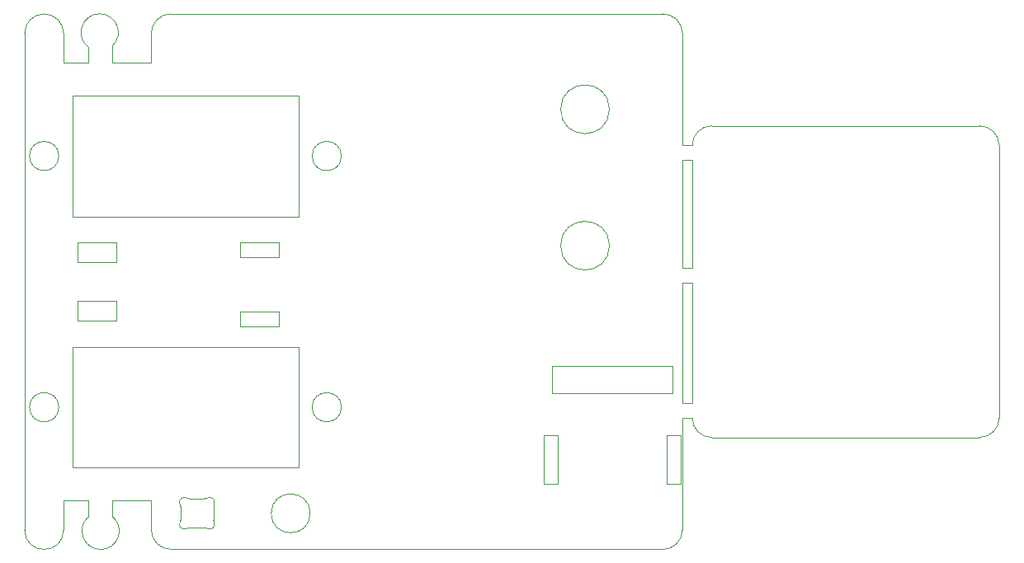
<source format=gbr>
%TF.GenerationSoftware,KiCad,Pcbnew,9.0.4*%
%TF.CreationDate,2025-10-07T21:08:39+02:00*%
%TF.ProjectId,malibotti,6d616c69-626f-4747-9469-2e6b69636164,rev?*%
%TF.SameCoordinates,Original*%
%TF.FileFunction,Profile,NP*%
%FSLAX46Y46*%
G04 Gerber Fmt 4.6, Leading zero omitted, Abs format (unit mm)*
G04 Created by KiCad (PCBNEW 9.0.4) date 2025-10-07 21:08:39*
%MOMM*%
%LPD*%
G01*
G04 APERTURE LIST*
%TA.AperFunction,Profile*%
%ADD10C,0.050000*%
%TD*%
%TA.AperFunction,Profile*%
%ADD11C,0.100000*%
%TD*%
G04 APERTURE END LIST*
D10*
X167500000Y-98600000D02*
X167500000Y-87500000D01*
X105400000Y-102000000D02*
X109400000Y-102000000D01*
X109400000Y-104000000D01*
X105400000Y-104000000D01*
X105400000Y-102000000D01*
X167500000Y-125500000D02*
X167500000Y-114000000D01*
X106500000Y-75886605D02*
X106500000Y-77500000D01*
X170500000Y-116000000D02*
X198000000Y-116000000D01*
X170500000Y-116000000D02*
G75*
G02*
X168500000Y-114000000I0J2000000D01*
G01*
X106500000Y-75886606D02*
G75*
G02*
X109000000Y-75800000I1200000J1486606D01*
G01*
X104000000Y-125500000D02*
G75*
G02*
X100000000Y-125500000I-2000000J0D01*
G01*
X200000000Y-114000000D02*
X200000000Y-86000000D01*
X200000000Y-114000000D02*
G75*
G02*
X198000000Y-116000000I-2000000J0D01*
G01*
X113000000Y-74500000D02*
G75*
G02*
X115000000Y-72500000I2000000J0D01*
G01*
X167500000Y-86000000D02*
X167500000Y-74500000D01*
X113000000Y-122500000D02*
X113000000Y-125500000D01*
X122100000Y-96000000D02*
X126100000Y-96000000D01*
X126100000Y-97500000D01*
X122100000Y-97500000D01*
X122100000Y-96000000D01*
X102000000Y-72500000D02*
G75*
G02*
X104000000Y-74500000I0J-2000000D01*
G01*
X109000000Y-124113394D02*
G75*
G02*
X106500000Y-124200000I-1200000J-1486606D01*
G01*
X104000000Y-122500000D02*
X106500000Y-122500000D01*
X198000000Y-84000000D02*
X170500000Y-84000000D01*
X104000000Y-77500000D02*
X104000000Y-74500000D01*
X168500000Y-100100000D02*
X168500000Y-112500000D01*
X113000000Y-77500000D02*
X109000000Y-77500000D01*
X167500000Y-87500000D02*
X168500000Y-87500000D01*
X122100000Y-103100000D02*
X126100000Y-103100000D01*
X126100000Y-104600000D01*
X122100000Y-104600000D01*
X122100000Y-103100000D01*
X168500000Y-86000000D02*
G75*
G02*
X170500000Y-84000000I2000000J0D01*
G01*
X115000000Y-127500000D02*
G75*
G02*
X113000000Y-125500000I0J2000000D01*
G01*
X167500000Y-125500000D02*
G75*
G02*
X165500000Y-127500000I-2000000J0D01*
G01*
X104000000Y-125500000D02*
X104000000Y-122500000D01*
X109000000Y-122500000D02*
X113000000Y-122500000D01*
X109000000Y-124113395D02*
X109000000Y-122500000D01*
X165500000Y-72500000D02*
G75*
G02*
X167500000Y-74500000I0J-2000000D01*
G01*
X167500000Y-100100000D02*
X168500000Y-100100000D01*
X115000000Y-127500000D02*
X165500000Y-127500000D01*
X167500000Y-86000000D02*
X168500000Y-86000000D01*
X198000000Y-84000000D02*
G75*
G02*
X200000000Y-86000000I0J-2000000D01*
G01*
X167500000Y-98600000D02*
X168500000Y-98600000D01*
X106500000Y-77500000D02*
X104000000Y-77500000D01*
X100000000Y-86000000D02*
X100000000Y-125500000D01*
X167500000Y-114000000D02*
X168500000Y-114000000D01*
X167500000Y-112500000D02*
X168500000Y-112500000D01*
X115000000Y-72500000D02*
X165500000Y-72500000D01*
X109000000Y-77500000D02*
X109000000Y-75800000D01*
X100000000Y-86000000D02*
X100000000Y-74500000D01*
X113000000Y-74500000D02*
X113000000Y-77500000D01*
X105400000Y-96000000D02*
X109400000Y-96000000D01*
X109400000Y-98000000D01*
X105400000Y-98000000D01*
X105400000Y-96000000D01*
X167500000Y-112500000D02*
X167500000Y-100100000D01*
X100000000Y-74500000D02*
G75*
G02*
X102000000Y-72500000I2000000J0D01*
G01*
X106500000Y-122500000D02*
X106500000Y-124200000D01*
X168500000Y-87500000D02*
X168500000Y-98600000D01*
%TO.C,SRV2*%
X104900000Y-80900000D02*
X128100000Y-80900000D01*
X128100000Y-93300000D01*
X104900000Y-93300000D01*
X104900000Y-80900000D01*
X103500000Y-87100000D02*
G75*
G02*
X100500000Y-87100000I-1500000J0D01*
G01*
X100500000Y-87100000D02*
G75*
G02*
X103500000Y-87100000I1500000J0D01*
G01*
X132500000Y-87100000D02*
G75*
G02*
X129500000Y-87100000I-1500000J0D01*
G01*
X129500000Y-87100000D02*
G75*
G02*
X132500000Y-87100000I1500000J0D01*
G01*
%TO.C,SRV1*%
X104900000Y-106700000D02*
X128100000Y-106700000D01*
X128100000Y-119100000D01*
X104900000Y-119100000D01*
X104900000Y-106700000D01*
X103500000Y-112900000D02*
G75*
G02*
X100500000Y-112900000I-1500000J0D01*
G01*
X100500000Y-112900000D02*
G75*
G02*
X103500000Y-112900000I1500000J0D01*
G01*
X132500000Y-112900000D02*
G75*
G02*
X129500000Y-112900000I-1500000J0D01*
G01*
X129500000Y-112900000D02*
G75*
G02*
X132500000Y-112900000I1500000J0D01*
G01*
%TO.C,SRV3*%
X153300000Y-120750000D02*
X154700000Y-120750000D01*
X154700000Y-115750000D01*
X153300000Y-115750000D01*
X153300000Y-120750000D01*
X154100000Y-111450000D02*
X166500000Y-111450000D01*
X166500000Y-108650000D01*
X154100000Y-108650000D01*
X154100000Y-111450000D01*
X165900000Y-120750000D02*
X167300000Y-120750000D01*
X167300000Y-115750000D01*
X165900000Y-115750000D01*
X165900000Y-120750000D01*
%TO.C,H1*%
X160000000Y-82300000D02*
G75*
G02*
X155000000Y-82300000I-2500000J0D01*
G01*
X155000000Y-82300000D02*
G75*
G02*
X160000000Y-82300000I2500000J0D01*
G01*
X160000000Y-96300000D02*
G75*
G02*
X155000000Y-96300000I-2500000J0D01*
G01*
X155000000Y-96300000D02*
G75*
G02*
X160000000Y-96300000I2500000J0D01*
G01*
D11*
%TO.C,D21*%
X115990002Y-123087157D02*
X115990002Y-124492841D01*
X116895549Y-125289999D02*
X118484453Y-125289999D01*
X118484453Y-122290000D02*
X116895548Y-122290000D01*
X119390000Y-124492841D02*
X119390000Y-123087157D01*
X115940517Y-122870279D02*
G75*
G02*
X115989987Y-123087156I-450417J-216821D01*
G01*
X115940517Y-122870279D02*
G75*
G02*
X116643290Y-122221702I450513J216879D01*
G01*
X115990002Y-124492841D02*
G75*
G02*
X115940518Y-124709719I-500362J81D01*
G01*
X116643290Y-125358298D02*
G75*
G02*
X115940518Y-124709719I-252260J431698D01*
G01*
X116643290Y-125358298D02*
G75*
G02*
X116895549Y-125290000I252260J-431712D01*
G01*
X116895548Y-122290000D02*
G75*
G02*
X116643290Y-122221701I2J500010D01*
G01*
X118484453Y-125289999D02*
G75*
G02*
X118736711Y-125358298I-3J-500009D01*
G01*
X118736712Y-122221700D02*
G75*
G02*
X118484454Y-122289999I-252261J431710D01*
G01*
X118736712Y-122221700D02*
G75*
G02*
X119439485Y-122870279I252258J-431701D01*
G01*
X119390000Y-123087157D02*
G75*
G02*
X119439485Y-122870279I499990J2D01*
G01*
X119439485Y-124709719D02*
G75*
G02*
X118736712Y-125358296I-450515J-216877D01*
G01*
X119439485Y-124709719D02*
G75*
G02*
X119390000Y-124492842I450505J216876D01*
G01*
D10*
%TO.C,SW8*%
X129300000Y-123800000D02*
G75*
G02*
X125300000Y-123800000I-2000000J0D01*
G01*
X125300000Y-123800000D02*
G75*
G02*
X129300000Y-123800000I2000000J0D01*
G01*
%TD*%
M02*

</source>
